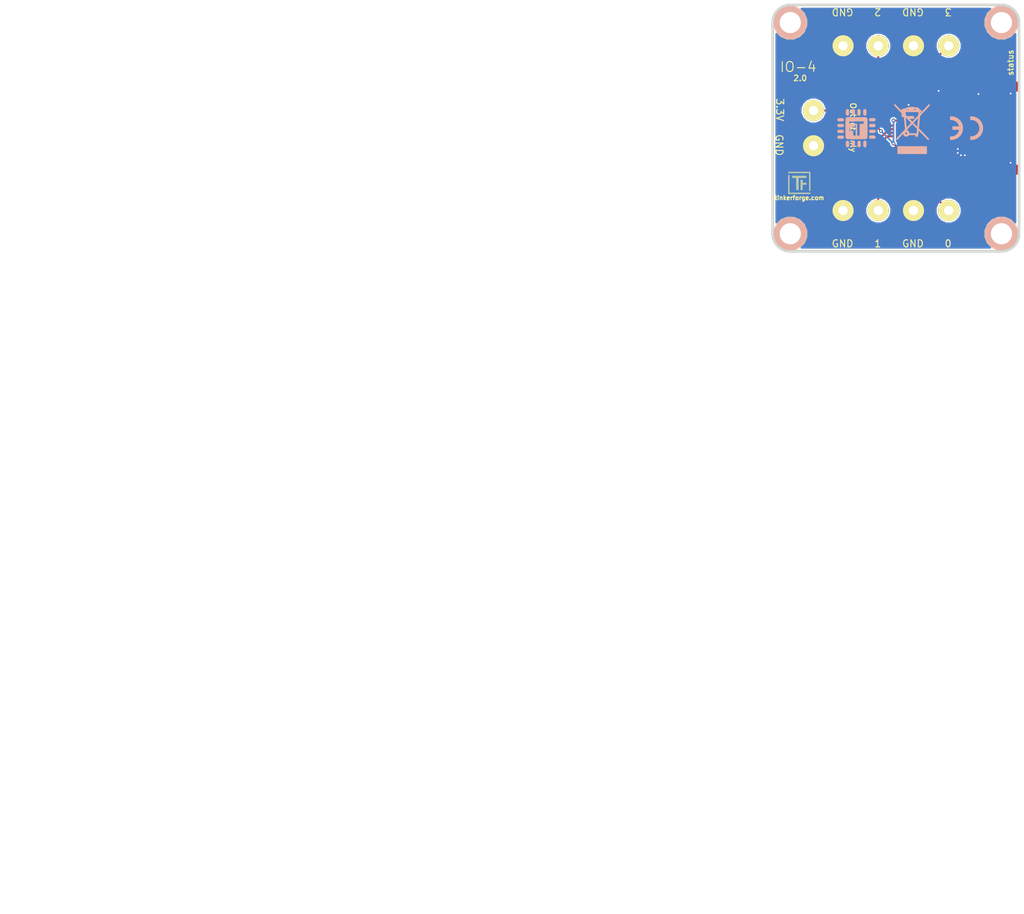
<source format=kicad_pcb>
(kicad_pcb (version 4) (host pcbnew 4.0.2+dfsg1-stable)
  (title_block (title "IO4 Bricklet 2.0") (date 2018-01-17) (rev 1.0) (company "Tinkerforge GmbH") (comment 1 "Licensed under CERN OHL v.1.1") (comment 2 "Copyright (©) 2018, L.Lauer <lukas@tinkerforge.com>"))
  (layers (0 Vorderseite signal) (31 Rückseite signal) (34 B.Paste user) (35 F.Paste user) (36 B.SilkS user) (37 F.SilkS user) (38 B.Mask user) (39 F.Mask user) (44 Edge.Cuts user))
  (net 0 "")
  (net 1 GND)
  (net 2 VCC)
  (net 3 "Net-(J1-Pad1)")
  (net 4 "Net-(J2-Pad1)")
  (net 5 "Net-(J3-Pad2)")
  (net 6 "Net-(J4-Pad2)")
  (net 7 "Net-(P1-Pad1)")
  (net 8 "Net-(P1-Pad6)")
  (net 9 "Net-(C1-Pad1)")
  (net 10 "Net-(D1-Pad2)")
  (net 11 "Net-(P1-Pad4)")
  (net 12 "Net-(P1-Pad5)")
  (net 13 "Net-(P2-Pad1)")
  (net 14 "Net-(P3-Pad2)")
  (net 15 "Net-(R1-Pad1)")
  (net 16 IO-1)
  (net 17 IO-2)
  (net 18 IO-3)
  (net 19 IO-4)
  (net 20 S-MISO)
  (net 21 S-MOSI)
  (net 22 S-CLK)
  (net 23 S-CS)
  (net 24 "Net-(U1-Pad2)")
  (net 25 "Net-(U1-Pad3)")
  (net 26 "Net-(U1-Pad5)")
  (net 27 "Net-(U1-Pad6)")
  (net 28 "Net-(U1-Pad8)")
  (net 29 "Net-(U1-Pad16)")
  (net 30 "Net-(U1-Pad17)")
  (net 31 "Net-(U1-Pad18)")
  (net 32 "Net-(U1-Pad19)")
  (net 33 "Net-(U1-Pad20)")
  (net 34 "Net-(U1-Pad21)")
  (module DRILL_NP (layer Vorderseite) (at 156.2 99.4 90)
    (fp_text reference U3 hide)
    (fp_text value DRILL hide)
    (pad "" np_thru_hole circle (at 0 0 90) (size 2.99974 2.99974) (drill 2.99974) (layers *.Cu *.Mask F.SilkS) (clearance 0.89916))
  )
  (module kicad-libraries:Logo_31x31 (layer Vorderseite) (at 125.9 90.6)
    (fp_text reference Ref** hide)
    (fp_text value Val** hide)
  )
  (module kicad-libraries:Fiducial_Mark (layer Vorderseite) (at 154.2 94.4)
    (fp_text reference Fiducial_Mark hide)
    (fp_text value VAL** hide)
    (pad 1 smd circle (at 0 0) (size 1.00076 1.00076) (layers Vorderseite F.Paste F.Mask) (clearance 0.65024))
  )
  (module kicad-libraries:Fiducial_Mark (layer Vorderseite) (at 129.2 73.4)
    (fp_text reference Fiducial_Mark hide)
    (fp_text value VAL** hide)
    (pad 1 smd circle (at 0 0) (size 1.00076 1.00076) (layers Vorderseite F.Paste F.Mask) (clearance 0.65024))
  )
  (module kicad-libraries:WEEE_7mm (layer Rückseite) (at 143.5 84.5 180)
    (fp_text reference VAL hide)
    (fp_text value WEEE_7mm hide)
  )
  (module kicad-libraries:CE_5mm (layer Rückseite) (at 151.2 84.4 180)
    (fp_text reference VAL hide)
    (fp_text value CE_5mm hide)
  )
  (module AKL_5_2 (layer Vorderseite) (at 146.2 96.1 180)
    (fp_text reference J1)
    (fp_text value AKL_5_2)
    (pad 1 thru_hole circle (at -2.49936 0 180) (size 2.99974 2.99974) (drill 1.30048) (layers *.Cu *.Mask F.SilkS) (net 3 "Net-(J1-Pad1)"))
    (pad 2 thru_hole circle (at 2.49936 0 180) (size 2.99974 2.99974) (drill 1.30048) (layers *.Cu *.Mask F.SilkS) (net 1 GND))
  )
  (module AKL_5_2 (layer Vorderseite) (at 136.2 96.1 180)
    (fp_text reference J2)
    (fp_text value AKL_5_2)
    (pad 1 thru_hole circle (at -2.49936 0 180) (size 2.99974 2.99974) (drill 1.30048) (layers *.Cu *.Mask F.SilkS) (net 4 "Net-(J2-Pad1)"))
    (pad 2 thru_hole circle (at 2.49936 0 180) (size 2.99974 2.99974) (drill 1.30048) (layers *.Cu *.Mask F.SilkS) (net 1 GND))
  )
  (module AKL_5_2 (layer Vorderseite) (at 136.2 72.7)
    (fp_text reference J3)
    (fp_text value AKL_5_2)
    (pad 1 thru_hole circle (at -2.49936 0) (size 2.99974 2.99974) (drill 1.30048) (layers *.Cu *.Mask F.SilkS) (net 1 GND))
    (pad 2 thru_hole circle (at 2.49936 0) (size 2.99974 2.99974) (drill 1.30048) (layers *.Cu *.Mask F.SilkS) (net 5 "Net-(J3-Pad2)"))
  )
  (module AKL_5_2 (layer Vorderseite) (at 146.2 72.7)
    (fp_text reference J4)
    (fp_text value AKL_5_2)
    (pad 1 thru_hole circle (at -2.49936 0) (size 2.99974 2.99974) (drill 1.30048) (layers *.Cu *.Mask F.SilkS) (net 1 GND))
    (pad 2 thru_hole circle (at 2.49936 0) (size 2.99974 2.99974) (drill 1.30048) (layers *.Cu *.Mask F.SilkS) (net 6 "Net-(J4-Pad2)"))
  )
  (module AKL_5_2 (layer Vorderseite) (at 129.5 84.4 90)
    (fp_text reference J5)
    (fp_text value AKL_5_2)
    (pad 1 thru_hole circle (at -2.49936 0 90) (size 2.99974 2.99974) (drill 1.30048) (layers *.Cu *.Mask F.SilkS) (net 1 GND))
    (pad 2 thru_hole circle (at 2.49936 0 90) (size 2.99974 2.99974) (drill 1.30048) (layers *.Cu *.Mask F.SilkS) (net 2 VCC))
  )
  (module DRILL_NP (layer Vorderseite) (at 156.2 69.4)
    (fp_text reference U2 hide)
    (fp_text value DRILL hide)
    (pad "" np_thru_hole circle (at 0 0) (size 2.99974 2.99974) (drill 2.99974) (layers *.Cu *.Mask F.SilkS) (clearance 0.89916))
  )
  (module DRILL_NP (layer Vorderseite) (at 126.2 99.4)
    (fp_text reference U4 hide)
    (fp_text value DRILL hide)
    (pad "" np_thru_hole circle (at 0 0) (size 2.99974 2.99974) (drill 2.99974) (layers *.Cu *.Mask F.SilkS) (clearance 0.89916))
  )
  (module DRILL_NP (layer Vorderseite) (at 126.2 69.4 90)
    (fp_text reference U5 hide)
    (fp_text value DRILL hide)
    (pad "" np_thru_hole circle (at 0 0 90) (size 2.99974 2.99974) (drill 2.99974) (layers *.Cu *.Mask F.SilkS) (clearance 0.89916))
  )
  (module C0402E (layer Vorderseite) (at 152.2 80.2 90)
    (fp_text reference C1)
    (fp_text value 220pF)
    (pad 1 smd rect (at -0.65 0 90) (size 0.7 0.9) (layers Vorderseite F.Paste F.Mask) (net 9 "Net-(C1-Pad1)"))
    (pad 2 smd rect (at 0.65 0 90) (size 0.7 0.9) (layers Vorderseite F.Paste F.Mask) (net 1 GND))
  )
  (module C0805 (layer Vorderseite) (at 152.21 86.81 270)
    (fp_text reference C2)
    (fp_text value 10uF)
    (pad 1 smd rect (at -1.00076 0 270) (size 1.00076 1.24968) (layers Vorderseite F.Paste F.Mask) (net 2 VCC) (clearance 0.14986))
    (pad 2 smd rect (at 1.00076 0 270) (size 1.00076 1.24968) (layers Vorderseite F.Paste F.Mask) (net 1 GND) (clearance 0.14986))
  )
  (module C0603F (layer Vorderseite) (at 150.72 86.77 270)
    (fp_text reference C3)
    (fp_text value 1uF)
    (pad 1 smd rect (at -0.75 0 270) (size 0.9 0.9) (layers Vorderseite F.Paste F.Mask) (net 2 VCC))
    (pad 2 smd rect (at 0.75 0 270) (size 0.9 0.9) (layers Vorderseite F.Paste F.Mask) (net 1 GND))
  )
  (module C0603F (layer Vorderseite) (at 143 82.57 90)
    (fp_text reference C4)
    (fp_text value 100nF)
    (pad 1 smd rect (at -0.75 0 90) (size 0.9 0.9) (layers Vorderseite F.Paste F.Mask) (net 2 VCC))
    (pad 2 smd rect (at 0.75 0 90) (size 0.9 0.9) (layers Vorderseite F.Paste F.Mask) (net 1 GND))
  )
  (module D0603F (layer Vorderseite) (at 156.1 75.1 90)
    (fp_text reference D1)
    (fp_text value LED)
    (pad 1 smd rect (at -0.75 0 90) (size 0.9 0.9) (layers Vorderseite F.Paste F.Mask) (net 2 VCC))
    (pad 2 smd rect (at 0.75 0 90) (size 0.9 0.9) (layers Vorderseite F.Paste F.Mask) (net 10 "Net-(D1-Pad2)"))
  )
  (module CON-SENSOR2 (layer Vorderseite) (at 158.7 84.4 90)
    (fp_text reference P1)
    (fp_text value CON-SENSOR2)
    (pad 1 smd rect (at -3.75 -4.6 90) (size 0.6 1.8) (layers Vorderseite F.Paste F.Mask) (net 7 "Net-(P1-Pad1)"))
    (pad 2 smd rect (at -2.5 -4.6 90) (size 0.6 1.8) (layers Vorderseite F.Paste F.Mask) (net 1 GND))
    (pad EP smd rect (at -5.9 -1.2 90) (size 1.4 2.4) (layers Vorderseite F.Paste F.Mask) (net 1 GND))
    (pad EP smd rect (at 5.9 -1.2 90) (size 1.4 2.4) (layers Vorderseite F.Paste F.Mask) (net 1 GND))
    (pad 3 smd rect (at -1.25 -4.6 90) (size 0.6 1.8) (layers Vorderseite F.Paste F.Mask) (net 2 VCC))
    (pad 4 smd rect (at 0 -4.6 90) (size 0.6 1.8) (layers Vorderseite F.Paste F.Mask) (net 11 "Net-(P1-Pad4)"))
    (pad 5 smd rect (at 1.25 -4.6 90) (size 0.6 1.8) (layers Vorderseite F.Paste F.Mask) (net 12 "Net-(P1-Pad5)"))
    (pad 6 smd rect (at 2.5 -4.6 90) (size 0.6 1.8) (layers Vorderseite F.Paste F.Mask) (net 8 "Net-(P1-Pad6)"))
    (pad 7 smd rect (at 3.75 -4.6 90) (size 0.6 1.8) (layers Vorderseite F.Paste F.Mask) (net 9 "Net-(C1-Pad1)"))
  )
  (module kicad-libraries:DEBUG_PAD (layer Vorderseite) (at 146.26 87.16)
    (fp_text reference P2)
    (fp_text value DEBUG)
    (pad 1 smd circle (at 0 0) (size 0.7 0.7) (layers Vorderseite F.Paste F.Mask) (net 13 "Net-(P2-Pad1)"))
  )
  (module SolderJumper (layer Vorderseite) (at 146.27 79.32 270)
    (fp_text reference P3)
    (fp_text value BOOT)
    (pad 2 smd rect (at 0.55 0 270) (size 0.3 1.4) (layers Vorderseite F.Mask) (net 14 "Net-(P3-Pad2)"))
    (pad 2 smd rect (at 0.15 0 270) (size 0.6 0.5) (layers Vorderseite F.Mask) (net 14 "Net-(P3-Pad2)"))
    (pad 1 smd rect (at -0.5 0 270) (size 0.4 1.4) (layers Vorderseite F.Mask) (net 1 GND))
    (pad 1 smd rect (at -0.225 0.55 270) (size 0.95 0.3) (layers Vorderseite F.Mask) (net 1 GND))
    (pad 1 smd rect (at -0.225 -0.55 270) (size 0.95 0.3) (layers Vorderseite F.Mask) (net 1 GND))
  )
  (module R0603F (layer Vorderseite) (at 154.7 75.1 90)
    (fp_text reference R1)
    (fp_text value R)
    (pad 1 smd rect (at -0.75 0 90) (size 0.9 0.9) (layers Vorderseite F.Paste F.Mask) (net 15 "Net-(R1-Pad1)"))
    (pad 2 smd rect (at 0.75 0 90) (size 0.9 0.9) (layers Vorderseite F.Paste F.Mask) (net 10 "Net-(D1-Pad2)"))
  )
  (module 4X0402 (layer Vorderseite) (at 141.1 84.8 90)
    (fp_text reference RP1)
    (fp_text value 100)
    (pad 1 smd rect (at -0.7493 0.575 270) (size 0.29972 0.65) (layers Vorderseite F.Paste F.Mask) (net 16 IO-1))
    (pad 2 smd rect (at -0.24892 0.575 270) (size 0.29972 0.65) (layers Vorderseite F.Paste F.Mask) (net 17 IO-2))
    (pad 3 smd rect (at 0.24892 0.575 270) (size 0.29972 0.65) (layers Vorderseite F.Paste F.Mask) (net 18 IO-3))
    (pad 4 smd rect (at 0.7493 0.575 270) (size 0.29972 0.65) (layers Vorderseite F.Paste F.Mask) (net 19 IO-4))
    (pad 5 smd rect (at 0.7493 -0.575 90) (size 0.29972 0.65) (layers Vorderseite F.Paste F.Mask) (net 6 "Net-(J4-Pad2)"))
    (pad 6 smd rect (at 0.24892 -0.575 90) (size 0.29972 0.65) (layers Vorderseite F.Paste F.Mask) (net 5 "Net-(J3-Pad2)"))
    (pad 7 smd rect (at -0.24892 -0.575 90) (size 0.29972 0.65) (layers Vorderseite F.Paste F.Mask) (net 4 "Net-(J2-Pad1)"))
    (pad 8 smd rect (at -0.7493 -0.575 90) (size 0.29972 0.65) (layers Vorderseite F.Paste F.Mask) (net 3 "Net-(J1-Pad1)"))
  )
  (module 4X0402 (layer Vorderseite) (at 151.6 82.5 90)
    (fp_text reference RP2)
    (fp_text value 82)
    (pad 1 smd rect (at -0.7493 0.575 270) (size 0.29972 0.65) (layers Vorderseite F.Paste F.Mask) (net 11 "Net-(P1-Pad4)"))
    (pad 2 smd rect (at -0.24892 0.575 270) (size 0.29972 0.65) (layers Vorderseite F.Paste F.Mask) (net 12 "Net-(P1-Pad5)"))
    (pad 3 smd rect (at 0.24892 0.575 270) (size 0.29972 0.65) (layers Vorderseite F.Paste F.Mask) (net 8 "Net-(P1-Pad6)"))
    (pad 4 smd rect (at 0.7493 0.575 270) (size 0.29972 0.65) (layers Vorderseite F.Paste F.Mask) (net 9 "Net-(C1-Pad1)"))
    (pad 5 smd rect (at 0.7493 -0.575 90) (size 0.29972 0.65) (layers Vorderseite F.Paste F.Mask) (net 20 S-MISO))
    (pad 6 smd rect (at 0.24892 -0.575 90) (size 0.29972 0.65) (layers Vorderseite F.Paste F.Mask) (net 21 S-MOSI))
    (pad 7 smd rect (at -0.24892 -0.575 90) (size 0.29972 0.65) (layers Vorderseite F.Paste F.Mask) (net 22 S-CLK))
    (pad 8 smd rect (at -0.7493 -0.575 90) (size 0.29972 0.65) (layers Vorderseite F.Paste F.Mask) (net 23 S-CS))
  )
  (module kicad-libraries:QFN24-4x4mm-0.5mm (layer Vorderseite) (at 146.51 83.25 270)
    (fp_text reference U1)
    (fp_text value XMC1XXX24)
    (pad 1 smd oval (at -2.025 -1.25 270) (size 1 0.3) (layers Vorderseite F.Paste F.Mask) (net 20 S-MISO))
    (pad 2 smd oval (at -2.025 -0.75 270) (size 1 0.3) (layers Vorderseite F.Paste F.Mask) (net 24 "Net-(U1-Pad2)"))
    (pad 3 smd oval (at -2.025 -0.25 270) (size 1 0.3) (layers Vorderseite F.Paste F.Mask) (net 25 "Net-(U1-Pad3)"))
    (pad 4 smd oval (at -2.025 0.25 270) (size 1 0.3) (layers Vorderseite F.Paste F.Mask) (net 14 "Net-(P3-Pad2)"))
    (pad 5 smd oval (at -2.025 0.75 270) (size 1 0.3) (layers Vorderseite F.Paste F.Mask) (net 26 "Net-(U1-Pad5)"))
    (pad 6 smd oval (at -2.025 1.25 270) (size 1 0.3) (layers Vorderseite F.Paste F.Mask) (net 27 "Net-(U1-Pad6)"))
    (pad 7 smd oval (at -1.25 2.025) (size 1 0.3) (layers Vorderseite F.Paste F.Mask) (net 15 "Net-(R1-Pad1)"))
    (pad 8 smd oval (at -0.75 2.025) (size 1 0.3) (layers Vorderseite F.Paste F.Mask) (net 28 "Net-(U1-Pad8)"))
    (pad 9 smd oval (at -0.25 2.025) (size 1 0.3) (layers Vorderseite F.Paste F.Mask) (net 1 GND))
    (pad 10 smd oval (at 0.25 2.025) (size 1 0.3) (layers Vorderseite F.Paste F.Mask) (net 2 VCC))
    (pad 11 smd oval (at 0.75 2.025) (size 1 0.3) (layers Vorderseite F.Paste F.Mask) (net 19 IO-4))
    (pad 12 smd oval (at 1.25 2.025) (size 1 0.3) (layers Vorderseite F.Paste F.Mask) (net 18 IO-3))
    (pad 13 smd oval (at 2.025 1.25 270) (size 1 0.3) (layers Vorderseite F.Paste F.Mask) (net 17 IO-2))
    (pad 14 smd oval (at 2.025 0.75 270) (size 1 0.3) (layers Vorderseite F.Paste F.Mask) (net 16 IO-1))
    (pad 15 smd oval (at 2.025 0.25 270) (size 1 0.3) (layers Vorderseite F.Paste F.Mask) (net 13 "Net-(P2-Pad1)"))
    (pad 16 smd oval (at 2.025 -0.25 270) (size 1 0.3) (layers Vorderseite F.Paste F.Mask) (net 29 "Net-(U1-Pad16)"))
    (pad 17 smd oval (at 2.025 -0.75 270) (size 1 0.3) (layers Vorderseite F.Paste F.Mask) (net 30 "Net-(U1-Pad17)"))
    (pad 18 smd oval (at 2.025 -1.25 270) (size 1 0.3) (layers Vorderseite F.Paste F.Mask) (net 31 "Net-(U1-Pad18)"))
    (pad 19 smd oval (at 1.25 -2.025) (size 1 0.3) (layers Vorderseite F.Paste F.Mask) (net 32 "Net-(U1-Pad19)"))
    (pad 20 smd oval (at 0.75 -2.025) (size 1 0.3) (layers Vorderseite F.Paste F.Mask) (net 33 "Net-(U1-Pad20)"))
    (pad 21 smd oval (at 0.25 -2.025) (size 1 0.3) (layers Vorderseite F.Paste F.Mask) (net 34 "Net-(U1-Pad21)"))
    (pad 22 smd oval (at -0.25 -2.025) (size 1 0.3) (layers Vorderseite F.Paste F.Mask) (net 23 S-CS))
    (pad 23 smd oval (at -0.75 -2.025) (size 1 0.3) (layers Vorderseite F.Paste F.Mask) (net 22 S-CLK))
    (pad 24 smd oval (at -1.25 -2.025) (size 1 0.3) (layers Vorderseite F.Paste F.Mask) (net 21 S-MOSI))
    (pad EXP smd rect (at 0.65 0.65 270) (size 1.3 1.3) (layers Vorderseite F.Paste F.Mask) (net 1 GND))
    (pad EXP smd rect (at 0.65 -0.65 270) (size 1.3 1.3) (layers Vorderseite F.Paste F.Mask) (net 1 GND))
    (pad EXP smd rect (at -0.65 0.65 270) (size 1.3 1.3) (layers Vorderseite F.Paste F.Mask) (net 1 GND))
    (pad EXP smd rect (at -0.65 -0.65 270) (size 1.3 1.3) (layers Vorderseite F.Paste F.Mask) (net 1 GND))
  )
  (module kicad-libraries:Fiducial_Mark (layer Vorderseite) (at 135.2 90.4)
    (fp_text reference Fiducial_Mark hide)
    (fp_text value VAL** hide)
    (pad 1 smd circle (at 0 0) (size 1.00076 1.00076) (layers Vorderseite F.Paste F.Mask) (clearance 0.65024))
  )
  (module kicad-libraries:Logo_CoMCU (layer Rückseite) (at 135.6 84.4 180)
    (fp_text reference G*** hide)
    (fp_text value LOGO hide)
  )
  (gr_text status (at 157.49 75.1 90) (layer F.SilkS) (effects (font (size 0.8 0.8))))
  (gr_line (start 123.7 99.4) (end 123.7 69.4) (angle 90) (layer Edge.Cuts) (width 0.381))
  (gr_line (start 156.2 101.9) (end 126.2 101.9) (angle 90) (layer Edge.Cuts) (width 0.381))
  (gr_line (start 158.7 69.4) (end 158.7 99.4) (angle 90) (layer Edge.Cuts) (width 0.381))
  (gr_line (start 126.2 66.9) (end 156.2 66.9) (angle 90) (layer Edge.Cuts) (width 0.381))
  (gr_arc (start 126.2 69.4) (end 123.7 69.4) (angle 90) (layer Edge.Cuts) (width 0.381))
  (gr_arc (start 156.2 69.4) (end 156.2 66.9) (angle 90) (layer Edge.Cuts) (width 0.381))
  (gr_arc (start 156.2 99.4) (end 158.7 99.4) (angle 90) (layer Edge.Cuts) (width 0.381))
  (gr_arc (start 126.2 99.4) (end 126.2 101.9) (angle 90) (layer Edge.Cuts) (width 0.381))
  (gr_text tinkerforge.com (at 127.5 94.3) (layer F.SilkS) (effects (font (size 0.6 0.6) (thickness 0.14986))))
  (gr_text 3 (at 148.62312 67.90182 180) (layer F.SilkS) (effects (font (size 1.00076 1.00076) (thickness 0.14986))))
  (gr_text 2 (at 138.62314 67.90182 180) (layer F.SilkS) (effects (font (size 1.00076 1.00076) (thickness 0.14986))))
  (gr_text 1 (at 138.62314 100.80244) (layer F.SilkS) (effects (font (size 1.00076 1.00076) (thickness 0.14986))))
  (gr_text 0 (at 148.62312 100.80244) (layer F.SilkS) (effects (font (size 1.00076 1.00076) (thickness 0.14986))))
  (gr_text "Output only" (at 135.12302 84.3026 270) (layer F.SilkS) (effects (font (size 0.8001 0.8001) (thickness 0.14986))))
  (gr_text GND (at 143.6244 67.90182 180) (layer F.SilkS) (effects (font (size 1.00076 1.00076) (thickness 0.14986))))
  (gr_text GND (at 133.62442 67.90182 180) (layer F.SilkS) (effects (font (size 1.00076 1.00076) (thickness 0.14986))))
  (gr_text GND (at 143.6244 100.80244) (layer F.SilkS) (effects (font (size 1.00076 1.00076) (thickness 0.14986))))
  (gr_text GND (at 133.62442 100.80244) (layer F.SilkS) (effects (font (size 1.00076 1.00076) (thickness 0.14986))))
  (gr_text "2.0\n" (at 127.6 77.3) (layer F.SilkS) (effects (font (size 0.8001 0.8001) (thickness 0.14986))))
  (gr_text GND (at 124.62266 86.80196 270) (layer F.SilkS) (effects (font (size 1.00076 1.00076) (thickness 0.14986))))
  (gr_text 3.3V (at 124.72266 81.8007 270) (layer F.SilkS) (effects (font (size 1.00076 1.00076) (thickness 0.14986))))
  (gr_text IO-4 (at 127.32268 75.70216) (layer F.SilkS) (effects (font (size 1.39954 1.39954) (thickness 0.14986))))
  (segment (start 150 87.36) (end 150.56 87.36) (width 0.55) (layer Vorderseite) (net 1))
  (via (at 150 87.36) (size 0.55) (drill 0.25) (layers Vorderseite Rückseite) (net 1))
  (segment (start 150.56 87.36) (end 150.72 87.52) (width 0.55) (layer Vorderseite) (net 1))
  (segment (start 150.44 88.25) (end 150.99 88.25) (width 0.55) (layer Vorderseite) (net 1))
  (segment (start 150.72 87.98) (end 150.99 88.25) (width 0.55) (layer Vorderseite) (net 1))
  (via (at 150.99 88.25) (size 0.55) (drill 0.25) (layers Vorderseite Rückseite) (net 1))
  (segment (start 150.72 87.98) (end 150.72 87.52) (width 0.55) (layer Vorderseite) (net 1))
  (via (at 150.44 88.25) (size 0.55) (drill 0.25) (layers Vorderseite Rückseite) (net 1))
  (segment (start 150.44 88.25) (end 150.32 88.25) (width 0.55) (layer Vorderseite) (net 1))
  (segment (start 150.72 87.97) (end 150.44 88.25) (width 0.55) (layer Vorderseite) (net 1))
  (via (at 149.99 87.92) (size 0.55) (drill 0.25) (layers Vorderseite Rückseite) (net 1))
  (segment (start 150 87.36) (end 150 87.91) (width 0.55) (layer Vorderseite) (net 1))
  (segment (start 150.16 87.52) (end 150 87.36) (width 0.55) (layer Vorderseite) (net 1))
  (segment (start 150.16 87.52) (end 150.72 87.52) (width 0.55) (layer Vorderseite) (net 1))
  (segment (start 150 87.91) (end 149.99 87.92) (width 0.55) (layer Vorderseite) (net 1))
  (segment (start 150.39 87.52) (end 149.99 87.92) (width 0.55) (layer Vorderseite) (net 1))
  (segment (start 150.32 88.25) (end 149.99 87.92) (width 0.55) (layer Vorderseite) (net 1))
  (segment (start 150.72 87.52) (end 150.72 87.97) (width 0.55) (layer Vorderseite) (net 1))
  (segment (start 146.82 79.095) (end 147.265 79.095) (width 0.2) (layer Vorderseite) (net 1))
  (via (at 147.27 79.1) (size 0.55) (drill 0.25) (layers Vorderseite Rückseite) (net 1))
  (segment (start 147.265 79.095) (end 147.27 79.1) (width 0.2) (layer Vorderseite) (net 1))
  (segment (start 146.27 78.82) (end 146.79 78.82) (width 0.2) (layer Vorderseite) (net 1))
  (segment (start 146.79 78.82) (end 146.83 78.86) (width 0.2) (layer Vorderseite) (net 1))
  (segment (start 146.83 78.86) (end 146.83 79.21) (width 0.2) (layer Vorderseite) (net 1))
  (segment (start 146.83 79.21) (end 146.82 79.095) (width 0.2) (layer Vorderseite) (net 1))
  (segment (start 145.72 79.095) (end 145.72 78.87) (width 0.2) (layer Vorderseite) (net 1))
  (segment (start 145.72 78.87) (end 145.78 78.81) (width 0.2) (layer Vorderseite) (net 1))
  (segment (start 145.78 78.81) (end 146.28 78.81) (width 0.2) (layer Vorderseite) (net 1))
  (segment (start 146.28 78.81) (end 146.27 78.82) (width 0.2) (layer Vorderseite) (net 1))
  (segment (start 150.72 87.52) (end 151.24 87.52) (width 0.5) (layer Vorderseite) (net 1))
  (segment (start 151.24 87.52) (end 151.53076 87.81076) (width 0.5) (layer Vorderseite) (net 1))
  (segment (start 151.53076 87.81076) (end 152.21 87.81076) (width 0.5) (layer Vorderseite) (net 1))
  (segment (start 152.21 87.81076) (end 152.21 87.15) (width 0.5) (layer Vorderseite) (net 1))
  (segment (start 152.46 86.9) (end 154.1 86.9) (width 0.5) (layer Vorderseite) (net 1))
  (segment (start 152.21 87.15) (end 152.46 86.9) (width 0.5) (layer Vorderseite) (net 1))
  (segment (start 144.485 83) (end 145.46 83) (width 0.2) (layer Vorderseite) (net 1))
  (segment (start 145.46 83) (end 145.86 82.6) (width 0.2) (layer Vorderseite) (net 1))
  (segment (start 145.86 82.6) (end 147.16 82.6) (width 0.55) (layer Vorderseite) (net 1))
  (segment (start 147.16 82.6) (end 147.16 83.9) (width 0.55) (layer Vorderseite) (net 1))
  (segment (start 147.16 83.9) (end 145.86 83.9) (width 0.55) (layer Vorderseite) (net 1))
  (segment (start 145.86 83.9) (end 145.86 82.6) (width 0.55) (layer Vorderseite) (net 1))
  (segment (start 143 81.82) (end 143 81.09) (width 0.55) (layer Vorderseite) (net 1))
  (via (at 143 81.09) (size 0.55) (drill 0.25) (layers Vorderseite Rückseite) (net 1))
  (segment (start 152.2 79.55) (end 152.93 79.55) (width 0.55) (layer Vorderseite) (net 1))
  (via (at 152.93 79.55) (size 0.55) (drill 0.25) (layers Vorderseite Rückseite) (net 1))
  (segment (start 157.5 78.5) (end 157.5 79.48) (width 0.55) (layer Vorderseite) (net 1))
  (via (at 157.5 79.48) (size 0.55) (drill 0.25) (layers Vorderseite Rückseite) (net 1))
  (segment (start 157.5 90.3) (end 157.5 89.32) (width 0.55) (layer Vorderseite) (net 1))
  (via (at 157.5 89.32) (size 0.55) (drill 0.25) (layers Vorderseite Rückseite) (net 1))
  (segment (start 144.485 83) (end 144.06 83) (width 0.2) (layer Vorderseite) (net 1))
  (segment (start 144.06 83) (end 143.61 82.55) (width 0.2) (layer Vorderseite) (net 1))
  (segment (start 143.61 82.55) (end 143.22 82.55) (width 0.2) (layer Vorderseite) (net 1))
  (segment (start 143.22 82.55) (end 143 82.33) (width 0.2) (layer Vorderseite) (net 1))
  (segment (start 143 82.33) (end 143 81.82) (width 0.2) (layer Vorderseite) (net 1))
  (segment (start 143.6244 72.70242) (end 143.6244 72.3011) (width 0.29972) (layer Rückseite) (net 1))
  (segment (start 133.62442 72.70242) (end 133.62442 71.60006) (width 0.29972) (layer Rückseite) (net 1))
  (segment (start 133.62442 96.1009) (end 133.62442 96.10344) (width 0.29972) (layer Rückseite) (net 1))
  (segment (start 140.86 86.59) (end 140.86 86.58) (width 0.25) (layer Rückseite) (net 2))
  (segment (start 136.18064 81.90064) (end 129.5 81.90064) (width 0.25) (layer Vorderseite) (net 2))
  (segment (start 139.08 84.8) (end 136.18064 81.90064) (width 0.25) (layer Vorderseite) (net 2))
  (via (at 139.08 84.8) (size 0.55) (drill 0.25) (layers Vorderseite Rückseite) (net 2))
  (segment (start 140.86 86.58) (end 139.08 84.8) (width 0.25) (layer Rückseite) (net 2))
  (segment (start 150.72 86.02) (end 149.13 86.02) (width 0.25) (layer Vorderseite) (net 2))
  (segment (start 140.86 83.32) (end 143 83.32) (width 0.25) (layer Vorderseite) (net 2))
  (via (at 140.86 83.32) (size 0.55) (drill 0.25) (layers Vorderseite Rückseite) (net 2))
  (segment (start 140.86 86.59) (end 140.86 83.32) (width 0.25) (layer Rückseite) (net 2))
  (via (at 140.86 86.59) (size 0.55) (drill 0.25) (layers Vorderseite Rückseite) (net 2))
  (segment (start 142.28 88.01) (end 140.86 86.59) (width 0.25) (layer Vorderseite) (net 2))
  (segment (start 147.14 88.01) (end 142.28 88.01) (width 0.25) (layer Vorderseite) (net 2))
  (segment (start 149.13 86.02) (end 147.14 88.01) (width 0.25) (layer Vorderseite) (net 2))
  (segment (start 150.72 86.02) (end 150.72 85.26) (width 0.25) (layer Vorderseite) (net 2))
  (segment (start 155.96 84.22) (end 155.96 75.99) (width 0.25) (layer Vorderseite) (net 2))
  (segment (start 155.18 85) (end 155.96 84.22) (width 0.25) (layer Vorderseite) (net 2))
  (segment (start 150.98 85) (end 155.18 85) (width 0.25) (layer Vorderseite) (net 2))
  (segment (start 150.72 85.26) (end 150.98 85) (width 0.25) (layer Vorderseite) (net 2))
  (segment (start 155.96 75.99) (end 156.1 75.85) (width 0.2) (layer Vorderseite) (net 2))
  (segment (start 150.72 86.02) (end 151.21 86.02) (width 0.5) (layer Vorderseite) (net 2))
  (segment (start 151.42076 85.80924) (end 152.21 85.80924) (width 0.5) (layer Vorderseite) (net 2))
  (segment (start 151.21 86.02) (end 151.42076 85.80924) (width 0.5) (layer Vorderseite) (net 2))
  (segment (start 152.21 85.80924) (end 152.75076 85.80924) (width 0.5) (layer Vorderseite) (net 2))
  (segment (start 152.75076 85.80924) (end 152.91 85.65) (width 0.5) (layer Vorderseite) (net 2))
  (segment (start 152.91 85.65) (end 154.1 85.65) (width 0.5) (layer Vorderseite) (net 2))
  (segment (start 144.485 83.5) (end 143.82 83.5) (width 0.2) (layer Vorderseite) (net 2))
  (segment (start 143.82 83.5) (end 143.64 83.32) (width 0.2) (layer Vorderseite) (net 2))
  (segment (start 143.64 83.32) (end 143 83.32) (width 0.2) (layer Vorderseite) (net 2))
  (segment (start 129.62392 81.50098) (end 129.62392 81.80324) (width 0.29972) (layer Vorderseite) (net 2))
  (segment (start 140.525 85.5493) (end 139.9807 85.5493) (width 0.25) (layer Vorderseite) (net 3))
  (segment (start 139.68 87.08064) (end 148.69936 96.1) (width 0.25) (layer Vorderseite) (net 3))
  (segment (start 139.68 85.85) (end 139.68 87.08064) (width 0.25) (layer Vorderseite) (net 3))
  (segment (start 139.9807 85.5493) (end 139.68 85.85) (width 0.25) (layer Vorderseite) (net 3))
  (segment (start 140.525 85.04892) (end 139.72108 85.04892) (width 0.25) (layer Vorderseite) (net 4))
  (segment (start 138.69936 86.07064) (end 138.69936 96.1) (width 0.25) (layer Vorderseite) (net 4))
  (segment (start 139.72108 85.04892) (end 138.69936 86.07064) (width 0.25) (layer Vorderseite) (net 4))
  (segment (start 140.525 84.55108) (end 139.82108 84.55108) (width 0.25) (layer Vorderseite) (net 5))
  (segment (start 138.69936 83.42936) (end 138.69936 72.7) (width 0.25) (layer Vorderseite) (net 5))
  (segment (start 139.82108 84.55108) (end 138.69936 83.42936) (width 0.25) (layer Vorderseite) (net 5))
  (segment (start 140.525 84.0507) (end 140.0207 84.0507) (width 0.25) (layer Vorderseite) (net 6))
  (segment (start 139.67 81.72936) (end 148.69936 72.7) (width 0.25) (layer Vorderseite) (net 6))
  (segment (start 139.67 83.7) (end 139.67 81.72936) (width 0.25) (layer Vorderseite) (net 6))
  (segment (start 140.0207 84.0507) (end 139.67 83.7) (width 0.25) (layer Vorderseite) (net 6))
  (segment (start 154.1 81.9) (end 153.1 81.9) (width 0.2) (layer Vorderseite) (net 8))
  (segment (start 152.74892 82.25108) (end 152.175 82.25108) (width 0.2) (layer Vorderseite) (net 8))
  (segment (start 153.1 81.9) (end 152.74892 82.25108) (width 0.2) (layer Vorderseite) (net 8))
  (segment (start 152.2 80.85) (end 152.2 81.7257) (width 0.2) (layer Vorderseite) (net 9))
  (segment (start 152.2 81.7257) (end 152.175 81.7507) (width 0.2) (layer Vorderseite) (net 9))
  (segment (start 154.1 80.65) (end 153.1 80.65) (width 0.2) (layer Vorderseite) (net 9))
  (segment (start 152.9 80.85) (end 152.2 80.85) (width 0.2) (layer Vorderseite) (net 9))
  (segment (start 153.1 80.65) (end 152.9 80.85) (width 0.2) (layer Vorderseite) (net 9))
  (segment (start 154.7 74.35) (end 156.1 74.35) (width 0.4) (layer Vorderseite) (net 10))
  (segment (start 154.1 84.4) (end 153.1 84.4) (width 0.2) (layer Vorderseite) (net 11))
  (segment (start 152.6493 83.2493) (end 152.175 83.2493) (width 0.2) (layer Vorderseite) (net 11))
  (segment (start 152.9 83.5) (end 152.6493 83.2493) (width 0.2) (layer Vorderseite) (net 11))
  (segment (start 152.9 84.2) (end 152.9 83.5) (width 0.2) (layer Vorderseite) (net 11))
  (segment (start 153.1 84.4) (end 152.9 84.2) (width 0.2) (layer Vorderseite) (net 11))
  (segment (start 154.1 83.15) (end 153.15 83.15) (width 0.2) (layer Vorderseite) (net 12))
  (segment (start 152.74892 82.74892) (end 152.175 82.74892) (width 0.2) (layer Vorderseite) (net 12))
  (segment (start 153.15 83.15) (end 152.74892 82.74892) (width 0.2) (layer Vorderseite) (net 12))
  (segment (start 146.26 85.275) (end 146.26 87.16) (width 0.2) (layer Vorderseite) (net 13))
  (segment (start 146.27 79.47) (end 146.27 79.87) (width 0.2) (layer Vorderseite) (net 14))
  (segment (start 146.27 79.47) (end 146.27 81.215) (width 0.2) (layer Vorderseite) (net 14))
  (segment (start 146.27 81.215) (end 146.26 81.225) (width 0.2) (layer Vorderseite) (net 14))
  (segment (start 154.7 75.85) (end 154.7 77.09) (width 0.25) (layer Vorderseite) (net 15))
  (segment (start 144.485 79.075) (end 144.485 82) (width 0.25) (layer Vorderseite) (net 15))
  (segment (start 145.29 78.27) (end 144.485 79.075) (width 0.25) (layer Vorderseite) (net 15))
  (segment (start 153.52 78.27) (end 145.29 78.27) (width 0.25) (layer Vorderseite) (net 15))
  (segment (start 154.7 77.09) (end 153.52 78.27) (width 0.25) (layer Vorderseite) (net 15))
  (segment (start 145.76 85.275) (end 145.76 85.89) (width 0.2) (layer Vorderseite) (net 16))
  (segment (start 143.6493 85.5493) (end 141.675 85.5493) (width 0.2) (layer Vorderseite) (net 16))
  (segment (start 144.44 86.34) (end 143.6493 85.5493) (width 0.2) (layer Vorderseite) (net 16))
  (segment (start 145.31 86.34) (end 144.44 86.34) (width 0.2) (layer Vorderseite) (net 16))
  (segment (start 145.76 85.89) (end 145.31 86.34) (width 0.2) (layer Vorderseite) (net 16))
  (segment (start 145.26 85.275) (end 145.26 85.86) (width 0.2) (layer Vorderseite) (net 17))
  (segment (start 143.81892 85.04892) (end 141.675 85.04892) (width 0.2) (layer Vorderseite) (net 17))
  (segment (start 144.73 85.96) (end 143.81892 85.04892) (width 0.2) (layer Vorderseite) (net 17))
  (segment (start 145.16 85.96) (end 144.73 85.96) (width 0.2) (layer Vorderseite) (net 17))
  (segment (start 145.26 85.86) (end 145.16 85.96) (width 0.2) (layer Vorderseite) (net 17))
  (segment (start 144.485 84.5) (end 143.76 84.5) (width 0.2) (layer Vorderseite) (net 18))
  (segment (start 143.70892 84.55108) (end 141.675 84.55108) (width 0.2) (layer Vorderseite) (net 18))
  (segment (start 143.76 84.5) (end 143.70892 84.55108) (width 0.2) (layer Vorderseite) (net 18))
  (segment (start 144.485 84) (end 143.67 84) (width 0.2) (layer Vorderseite) (net 19))
  (segment (start 143.6193 84.0507) (end 141.675 84.0507) (width 0.2) (layer Vorderseite) (net 19))
  (segment (start 143.67 84) (end 143.6193 84.0507) (width 0.2) (layer Vorderseite) (net 19))
  (segment (start 151.025 81.7507) (end 150.3807 81.7507) (width 0.2) (layer Vorderseite) (net 20))
  (segment (start 149.855 81.225) (end 147.76 81.225) (width 0.2) (layer Vorderseite) (net 20))
  (segment (start 150.3807 81.7507) (end 149.855 81.225) (width 0.2) (layer Vorderseite) (net 20))
  (segment (start 148.535 82) (end 150 82) (width 0.2) (layer Vorderseite) (net 21))
  (segment (start 150.25108 82.25108) (end 151.025 82.25108) (width 0.2) (layer Vorderseite) (net 21))
  (segment (start 150 82) (end 150.25108 82.25108) (width 0.2) (layer Vorderseite) (net 21))
  (segment (start 151.025 82.74892) (end 150.06892 82.74892) (width 0.2) (layer Vorderseite) (net 22))
  (segment (start 149.82 82.5) (end 148.535 82.5) (width 0.2) (layer Vorderseite) (net 22))
  (segment (start 150.06892 82.74892) (end 149.82 82.5) (width 0.2) (layer Vorderseite) (net 22))
  (segment (start 148.535 83) (end 149.57 83) (width 0.2) (layer Vorderseite) (net 23))
  (segment (start 149.8193 83.2493) (end 151.025 83.2493) (width 0.2) (layer Vorderseite) (net 23))
  (segment (start 149.57 83) (end 149.8193 83.2493) (width 0.2) (layer Vorderseite) (net 23))
  (zone (net 1) (net_name GND) (layer Rückseite) (connect_pads yes (clearance 0.2)) (min_thickness 0.254) (fill yes (arc_segments 16) (thermal_gap 0.508) (thermal_bridge_width 0.508))
    (polygon (pts (xy 158.7 101.9) (xy 123.7 101.9) (xy 123.7 66.9) (xy 158.7 66.9) (xy 158.7 101.9)))
  )
)
</source>
